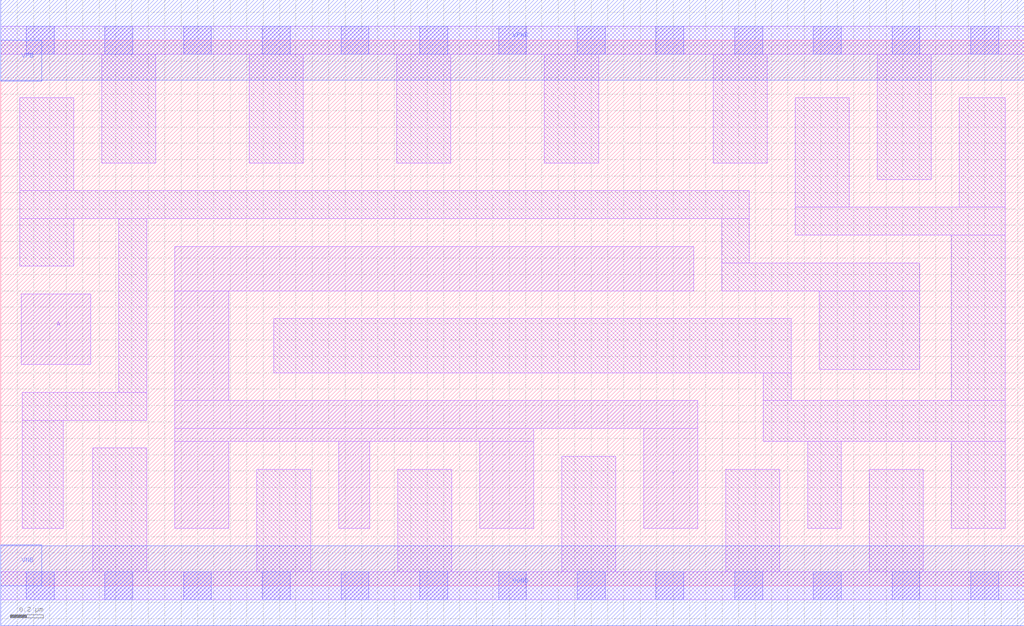
<source format=lef>
# Copyright 2020 The SkyWater PDK Authors
#
# Licensed under the Apache License, Version 2.0 (the "License");
# you may not use this file except in compliance with the License.
# You may obtain a copy of the License at
#
#     https://www.apache.org/licenses/LICENSE-2.0
#
# Unless required by applicable law or agreed to in writing, software
# distributed under the License is distributed on an "AS IS" BASIS,
# WITHOUT WARRANTIES OR CONDITIONS OF ANY KIND, either express or implied.
# See the License for the specific language governing permissions and
# limitations under the License.
#
# SPDX-License-Identifier: Apache-2.0

VERSION 5.5 ;
NAMESCASESENSITIVE ON ;
BUSBITCHARS "[]" ;
DIVIDERCHAR "/" ;
MACRO sky130_fd_sc_hs__bufinv_8
  CLASS CORE ;
  SOURCE USER ;
  ORIGIN  0.000000  0.000000 ;
  SIZE  6.240000 BY  3.330000 ;
  SYMMETRY X Y ;
  SITE unit ;
  PIN A
    ANTENNAGATEAREA  0.279000 ;
    DIRECTION INPUT ;
    USE SIGNAL ;
    PORT
      LAYER li1 ;
        RECT 0.125000 1.350000 0.550000 1.780000 ;
    END
  END A
  PIN Y
    ANTENNADIFFAREA  2.385000 ;
    DIRECTION OUTPUT ;
    USE SIGNAL ;
    PORT
      LAYER li1 ;
        RECT 1.060000 0.350000 1.390000 0.880000 ;
        RECT 1.060000 0.880000 3.250000 0.960000 ;
        RECT 1.060000 0.960000 4.250000 1.130000 ;
        RECT 1.060000 1.130000 1.390000 1.800000 ;
        RECT 1.060000 1.800000 4.225000 2.070000 ;
        RECT 2.060000 0.350000 2.250000 0.880000 ;
        RECT 2.920000 0.350000 3.250000 0.880000 ;
        RECT 3.920000 0.350000 4.250000 0.960000 ;
    END
  END Y
  PIN VGND
    DIRECTION INOUT ;
    USE GROUND ;
    PORT
      LAYER met1 ;
        RECT 0.000000 -0.245000 6.240000 0.245000 ;
    END
  END VGND
  PIN VNB
    DIRECTION INOUT ;
    USE GROUND ;
    PORT
      LAYER met1 ;
        RECT 0.000000 0.000000 0.250000 0.250000 ;
    END
  END VNB
  PIN VPB
    DIRECTION INOUT ;
    USE POWER ;
    PORT
      LAYER met1 ;
        RECT 0.000000 3.080000 0.250000 3.330000 ;
    END
  END VPB
  PIN VPWR
    DIRECTION INOUT ;
    USE POWER ;
    PORT
      LAYER met1 ;
        RECT 0.000000 3.085000 6.240000 3.575000 ;
    END
  END VPWR
  OBS
    LAYER li1 ;
      RECT 0.000000 -0.085000 6.240000 0.085000 ;
      RECT 0.000000  3.245000 6.240000 3.415000 ;
      RECT 0.115000  1.950000 0.445000 2.240000 ;
      RECT 0.115000  2.240000 4.565000 2.410000 ;
      RECT 0.115000  2.410000 0.445000 2.980000 ;
      RECT 0.130000  0.350000 0.380000 1.010000 ;
      RECT 0.130000  1.010000 0.890000 1.180000 ;
      RECT 0.560000  0.085000 0.890000 0.840000 ;
      RECT 0.615000  2.580000 0.945000 3.245000 ;
      RECT 0.720000  1.180000 0.890000 2.240000 ;
      RECT 1.515000  2.580000 1.845000 3.245000 ;
      RECT 1.560000  0.085000 1.890000 0.710000 ;
      RECT 1.665000  1.300000 4.820000 1.630000 ;
      RECT 2.415000  2.580000 2.745000 3.245000 ;
      RECT 2.420000  0.085000 2.750000 0.710000 ;
      RECT 3.315000  2.580000 3.645000 3.245000 ;
      RECT 3.420000  0.085000 3.750000 0.790000 ;
      RECT 4.345000  2.580000 4.675000 3.245000 ;
      RECT 4.395000  1.800000 5.605000 1.970000 ;
      RECT 4.395000  1.970000 4.565000 2.240000 ;
      RECT 4.420000  0.085000 4.750000 0.710000 ;
      RECT 4.650000  0.880000 6.125000 1.130000 ;
      RECT 4.650000  1.130000 4.820000 1.300000 ;
      RECT 4.845000  2.140000 6.125000 2.310000 ;
      RECT 4.845000  2.310000 5.175000 2.980000 ;
      RECT 4.920000  0.350000 5.125000 0.880000 ;
      RECT 4.990000  1.320000 5.605000 1.800000 ;
      RECT 5.295000  0.085000 5.625000 0.710000 ;
      RECT 5.345000  2.480000 5.675000 3.245000 ;
      RECT 5.795000  0.350000 6.125000 0.880000 ;
      RECT 5.795000  1.130000 6.125000 2.140000 ;
      RECT 5.845000  2.310000 6.125000 2.980000 ;
    LAYER mcon ;
      RECT 0.155000 -0.085000 0.325000 0.085000 ;
      RECT 0.155000  3.245000 0.325000 3.415000 ;
      RECT 0.635000 -0.085000 0.805000 0.085000 ;
      RECT 0.635000  3.245000 0.805000 3.415000 ;
      RECT 1.115000 -0.085000 1.285000 0.085000 ;
      RECT 1.115000  3.245000 1.285000 3.415000 ;
      RECT 1.595000 -0.085000 1.765000 0.085000 ;
      RECT 1.595000  3.245000 1.765000 3.415000 ;
      RECT 2.075000 -0.085000 2.245000 0.085000 ;
      RECT 2.075000  3.245000 2.245000 3.415000 ;
      RECT 2.555000 -0.085000 2.725000 0.085000 ;
      RECT 2.555000  3.245000 2.725000 3.415000 ;
      RECT 3.035000 -0.085000 3.205000 0.085000 ;
      RECT 3.035000  3.245000 3.205000 3.415000 ;
      RECT 3.515000 -0.085000 3.685000 0.085000 ;
      RECT 3.515000  3.245000 3.685000 3.415000 ;
      RECT 3.995000 -0.085000 4.165000 0.085000 ;
      RECT 3.995000  3.245000 4.165000 3.415000 ;
      RECT 4.475000 -0.085000 4.645000 0.085000 ;
      RECT 4.475000  3.245000 4.645000 3.415000 ;
      RECT 4.955000 -0.085000 5.125000 0.085000 ;
      RECT 4.955000  3.245000 5.125000 3.415000 ;
      RECT 5.435000 -0.085000 5.605000 0.085000 ;
      RECT 5.435000  3.245000 5.605000 3.415000 ;
      RECT 5.915000 -0.085000 6.085000 0.085000 ;
      RECT 5.915000  3.245000 6.085000 3.415000 ;
  END
END sky130_fd_sc_hs__bufinv_8
END LIBRARY

</source>
